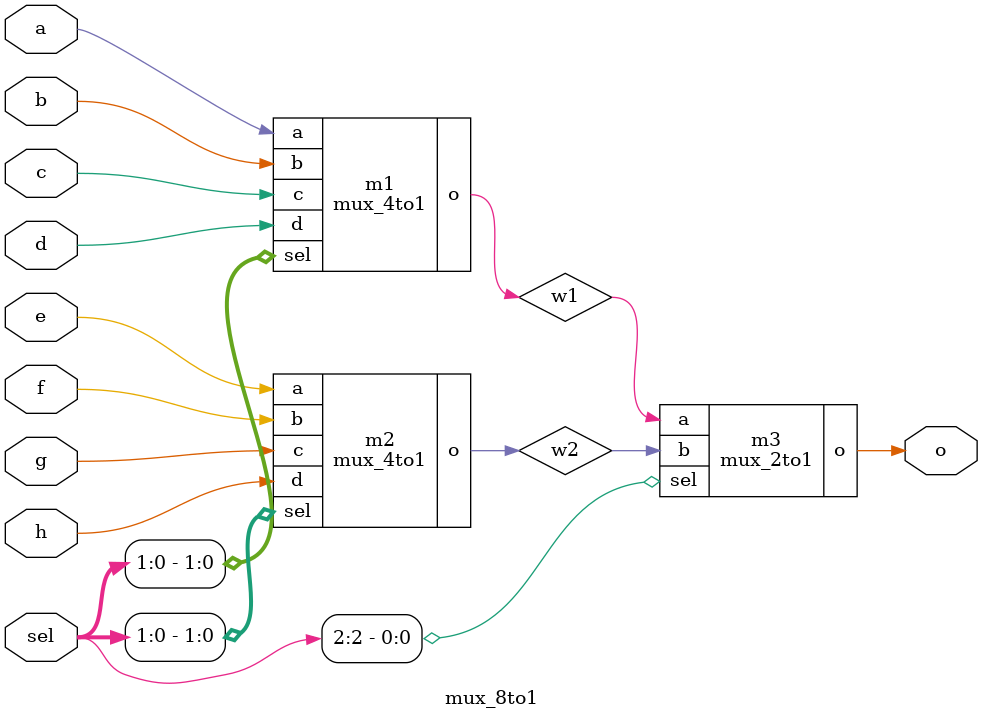
<source format=sv>
module mux_2to1 (
    a,
    b,
    sel,
    o
);

input a;
input b;
input sel;
output o;

b0mmbn022an1n02x5 u_mux (.a(a), .b(b), .sa(sel), .o(o));

endmodule

module mux_4to1 (
    input a,
    input b,
    input c,
    input d,
    input [1:0] sel,
    output o
);

    wire w1, w2;

    mux_2to1 m1 (.a(a), .b(b), .sel(sel[0]), .o(w1));
    mux_2to1 m2 (.a(c), .b(d), .sel(sel[0]), .o(w2));
    mux_2to1 m3 (.a(w1), .b(w2), .sel(sel[1]), .o(o));

endmodule

module mux_8to1 (
    input a,
    input b,
    input c,
    input d,
    input e,
    input f,
    input g,
    input h,
    input [2:0] sel,
    output o
);

    wire w1, w2;

    mux_4to1 m1 (.a(a), .b(b), .c(c), .d(d), .sel(sel[1:0]), .o(w1));
    mux_4to1 m2 (.a(e), .b(f), .c(g), .d(h), .sel(sel[1:0]), .o(w2));
    mux_2to1 m3 (.a(w1), .b(w2), .sel(sel[2]), .o(o));

endmodule
</source>
